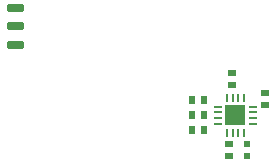
<source format=gbr>
G04 EAGLE Gerber RS-274X export*
G75*
%MOMM*%
%FSLAX34Y34*%
%LPD*%
%INSolderpaste Bottom*%
%IPPOS*%
%AMOC8*
5,1,8,0,0,1.08239X$1,22.5*%
G01*
G04 Define Apertures*
%ADD10R,0.711200X0.254000*%
%ADD11R,0.254000X0.711200*%
%ADD12R,1.701800X1.701800*%
%ADD13R,0.629100X0.560000*%
%ADD14R,0.644000X0.535100*%
%ADD15R,0.535100X0.644000*%
%ADD16C,0.284478*%
D10*
X-14500Y-7500D03*
X-14500Y-2500D03*
X-14500Y2500D03*
X-14500Y7500D03*
D11*
X-7500Y14500D03*
X-2500Y14500D03*
X2500Y14500D03*
X7500Y14500D03*
D10*
X14500Y7500D03*
X14500Y2500D03*
X14500Y-2500D03*
X14500Y-7500D03*
D11*
X7500Y-14500D03*
X2500Y-14500D03*
X-2500Y-14500D03*
X-7500Y-14500D03*
D12*
X0Y0D03*
D13*
X10160Y-24364D03*
X10160Y-34056D03*
D14*
X-5080Y-34285D03*
X-5080Y-24135D03*
X25400Y8895D03*
X25400Y19045D03*
D15*
X-26675Y0D03*
X-36825Y0D03*
X-26675Y12700D03*
X-36825Y12700D03*
D14*
X-2540Y25405D03*
X-2540Y35555D03*
D15*
X-26675Y-12700D03*
X-36825Y-12700D03*
D16*
X-181000Y93574D02*
X-192380Y93574D01*
X-181000Y93574D02*
X-181000Y89306D01*
X-192380Y89306D01*
X-192380Y93574D01*
X-192380Y92009D02*
X-181000Y92009D01*
X-181000Y78334D02*
X-192380Y78334D01*
X-181000Y78334D02*
X-181000Y74066D01*
X-192380Y74066D01*
X-192380Y78334D01*
X-192380Y76769D02*
X-181000Y76769D01*
X-181000Y61824D02*
X-192380Y61824D01*
X-181000Y61824D02*
X-181000Y57556D01*
X-192380Y57556D01*
X-192380Y61824D01*
X-192380Y60259D02*
X-181000Y60259D01*
M02*

</source>
